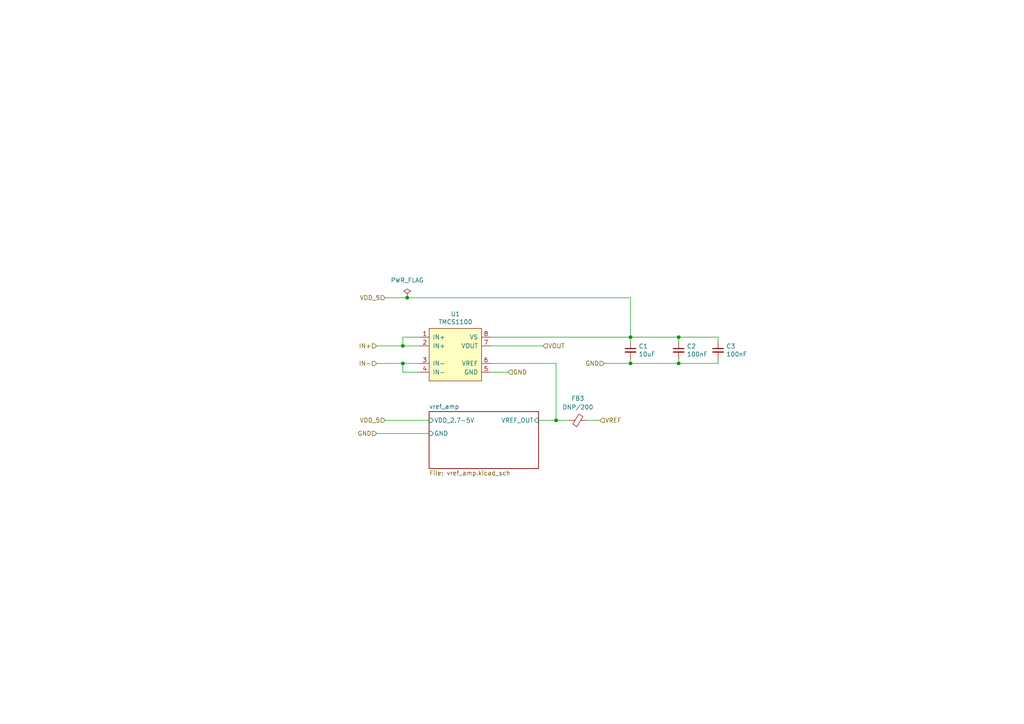
<source format=kicad_sch>
(kicad_sch (version 20211123) (generator eeschema)
  (paper "A4")
  (lib_symbols
    (symbol "Device:C_Small" (pin_numbers hide) (pin_names (offset 0.254) hide)
      (property "Reference" "C" (at 0.254 1.778 0))
      (property "Value" "C_Small" (at 0.254 -2.032 0))
      (symbol "C_Small_0_1"
        (polyline (pts (xy -1.524 -0.508) (xy 1.524 -0.508)) (stroke (width 0.3302)))
        (polyline (pts (xy -1.524 0.508) (xy 1.524 0.508)) (stroke (width 0.3048)))
      )
      (symbol "C_Small_1_1"
        (pin passive line (at 0 2.54 270) (length 2.032) (name "~") (number "1"))
        (pin passive line (at 0 -2.54 90) (length 2.032) (name "~") (number "2"))
      )
    )
    (symbol "Device:FerriteBead_Small" (pin_numbers hide) (pin_names (offset 0))
      (property "Reference" "FB" (at 1.905 1.27 0))
      (property "Value" "FerriteBead_Small" (at 1.905 -1.27 0))
      (symbol "FerriteBead_Small_0_1"
        (polyline (pts (xy 0 -1.27) (xy 0 -0.7874)))
        (polyline (pts (xy 0 0.889) (xy 0 1.2954)))
        (polyline (pts (xy -1.8288 0.2794) (xy -1.1176 1.4986) (xy 1.8288 -0.2032) (xy 1.1176 -1.4224) (xy -1.8288 0.2794)))
      )
      (symbol "FerriteBead_Small_1_1"
        (pin passive line (at 0 2.54 270) (length 1.27) (name "~") (number "1"))
        (pin passive line (at 0 -2.54 90) (length 1.27) (name "~") (number "2"))
      )
    )
    (symbol "iso_curr_sns_TCMS1100-rescue:TMCS1100-2021_bt5_headtracker_symbols" (pin_names (offset 1.016))
      (property "Reference" "U" (at -6.35 8.89 0))
      (property "Value" "TMCS1100-2021_bt5_headtracker_symbols" (at -2.54 -8.89 0))
      (symbol "TMCS1100-2021_bt5_headtracker_symbols_0_1"
        (rectangle (start -7.62 7.62) (end 7.62 -7.62) (fill (type background)))
      )
      (symbol "TMCS1100-2021_bt5_headtracker_symbols_1_1"
        (pin input line (at -10.16 5.08 0) (length 2.54) (name "IN+") (number "1"))
        (pin input line (at -10.16 2.54 0) (length 2.54) (name "IN+") (number "2"))
        (pin output line (at -10.16 -2.54 0) (length 2.54) (name "IN-") (number "3"))
        (pin output line (at -10.16 -5.08 0) (length 2.54) (name "IN-") (number "4"))
        (pin power_in line (at 10.16 -5.08 180) (length 2.54) (name "GND") (number "5"))
        (pin input line (at 10.16 -2.54 180) (length 2.54) (name "VREF") (number "6"))
        (pin output line (at 10.16 2.54 180) (length 2.54) (name "VOUT") (number "7"))
        (pin power_in line (at 10.16 5.08 180) (length 2.54) (name "VS") (number "8"))
      )
    )
    (symbol "power:PWR_FLAG" (power) (pin_numbers hide) (pin_names (offset 0) hide)
      (property "Value" "PWR_FLAG" (at 0 3.81 0))
      (symbol "PWR_FLAG_0_0"
        (pin power_out line (at 0 0 90) (length 0) (name "pwr") (number "1"))
      )
      (symbol "PWR_FLAG_0_1"
        (polyline (pts (xy 0 0) (xy 0 1.27) (xy -1.016 1.905) (xy 0 2.54) (xy 1.016 1.905) (xy 0 1.27)))
      )
    )
  )
  (junction (at 182.88 105.41))
  (junction (at 118.11 86.36))
  (junction (at 196.85 97.79))
  (junction (at 182.88 97.79))
  (junction (at 161.29 121.92))
  (junction (at 116.84 100.33))
  (junction (at 196.85 105.41))
  (junction (at 116.84 105.41))
  (wire (pts (xy 208.28 105.41) (xy 208.28 104.14)))
  (wire (pts (xy 170.18 121.92) (xy 173.99 121.92)))
  (wire (pts (xy 208.28 97.79) (xy 196.85 97.79)))
  (wire (pts (xy 116.84 100.33) (xy 109.22 100.33)))
  (wire (pts (xy 116.84 97.79) (xy 116.84 100.33)))
  (wire (pts (xy 175.26 105.41) (xy 182.88 105.41)))
  (wire (pts (xy 196.85 97.79) (xy 196.85 99.06)))
  (wire (pts (xy 116.84 105.41) (xy 116.84 107.95)))
  (wire (pts (xy 121.92 97.79) (xy 116.84 97.79)))
  (wire (pts (xy 208.28 99.06) (xy 208.28 97.79)))
  (wire (pts (xy 182.88 86.36) (xy 182.88 97.79)))
  (wire (pts (xy 116.84 107.95) (xy 121.92 107.95)))
  (wire (pts (xy 182.88 97.79) (xy 182.88 99.06)))
  (wire (pts (xy 142.24 107.95) (xy 147.32 107.95)))
  (wire (pts (xy 161.29 121.92) (xy 156.21 121.92)))
  (wire (pts (xy 196.85 105.41) (xy 208.28 105.41)))
  (wire (pts (xy 142.24 97.79) (xy 182.88 97.79)))
  (wire (pts (xy 111.76 121.92) (xy 124.46 121.92)))
  (wire (pts (xy 121.92 105.41) (xy 116.84 105.41)))
  (wire (pts (xy 118.11 86.36) (xy 182.88 86.36)))
  (wire (pts (xy 116.84 105.41) (xy 109.22 105.41)))
  (wire (pts (xy 116.84 100.33) (xy 121.92 100.33)))
  (wire (pts (xy 196.85 105.41) (xy 196.85 104.14)))
  (wire (pts (xy 182.88 104.14) (xy 182.88 105.41)))
  (wire (pts (xy 109.22 125.73) (xy 124.46 125.73)))
  (wire (pts (xy 111.76 86.36) (xy 118.11 86.36)))
  (wire (pts (xy 161.29 121.92) (xy 165.1 121.92)))
  (wire (pts (xy 142.24 105.41) (xy 161.29 105.41)))
  (wire (pts (xy 161.29 105.41) (xy 161.29 121.92)))
  (wire (pts (xy 182.88 97.79) (xy 196.85 97.79)))
  (wire (pts (xy 182.88 105.41) (xy 196.85 105.41)))
  (wire (pts (xy 157.48 100.33) (xy 142.24 100.33)))
  (hierarchical_label "IN-" (shape input) (at 109.22 105.41 180))
  (hierarchical_label "VDD_5" (shape input) (at 111.76 86.36 180))
  (hierarchical_label "IN+" (shape input) (at 109.22 100.33 180))
  (hierarchical_label "GND" (shape input) (at 175.26 105.41 180))
  (hierarchical_label "VREF" (shape input) (at 173.99 121.92 0))
  (hierarchical_label "GND" (shape input) (at 109.22 125.73 180))
  (hierarchical_label "GND" (shape input) (at 147.32 107.95 0))
  (hierarchical_label "VOUT" (shape input) (at 157.48 100.33 0))
  (hierarchical_label "VDD_5" (shape input) (at 111.76 121.92 180))
  (symbol (lib_id "power:PWR_FLAG") (at 118.11 86.36 0) (unit 1)
    (property "Reference" "#FLG0101" (effects hide))
    (property "Value" "PWR_FLAG" (at 118.11 81.28 0))
  )
  (symbol (lib_id "Device:FerriteBead_Small") (at 167.64 121.92 90) (unit 1)
    (property "Reference" "FB3" (at 167.6019 115.57 90))
    (property "Value" "DNP/200" (at 167.6019 118.11 90))
    (property "Footprint" "Inductor_SMD:L_0603_1608Metric" (effects hide))
  )
  (symbol (lib_id "Device:C_Small") (at 182.88 101.6 0) (unit 1)
    (property "Reference" "C1" (at 185.2168 100.4316 0) (effects (justify left)))
    (property "Value" "10uF" (at 185.2168 102.743 0) (effects (justify left)))
    (property "Footprint" "Capacitor_SMD:C_1206_3216Metric" (effects hide))
  )
  (symbol (lib_id "iso_curr_sns_TCMS1100-rescue:TMCS1100-2021_bt5_headtracker_symbols") (at 132.08 102.87 0) (unit 1)
    (property "Reference" "U1" (at 132.08 91.059 0))
    (property "Value" "TMCS1100" (at 132.08 93.3704 0))
    (property "Footprint" "2021_bt5_headtracker_footprints:SOIC-8_5.4" (effects hide))
    (property "Datasheet" "https://www.ti.com/lit/ds/symlink/tmcs1100.pdf?ts=1615404625916&ref_url=https%253A%252F%252Fwww.ti.com%252F" (effects hide))
  )
  (symbol (lib_id "Device:C_Small") (at 196.85 101.6 0) (unit 1)
    (property "Reference" "C2" (at 199.1868 100.4316 0) (effects (justify left)))
    (property "Value" "100nF" (at 199.1868 102.743 0) (effects (justify left)))
    (property "Footprint" "Capacitor_SMD:C_0402_1005Metric" (effects hide))
  )
  (symbol (lib_id "Device:C_Small") (at 208.28 101.6 0) (unit 1)
    (property "Reference" "C3" (at 210.6168 100.4316 0) (effects (justify left)))
    (property "Value" "100nF" (at 210.6168 102.743 0) (effects (justify left)))
    (property "Footprint" "Capacitor_SMD:C_0402_1005Metric" (effects hide))
  )
  (sheet (at 124.46 119.38) (size 31.75 16.51)
    (property "Sheet name" "vref_amp" (at 124.46 118.6684 0) (effects (justify left bottom)))
    (property "Sheet file" "vref_amp.kicad_sch" (at 124.46 136.4746 0) (effects (justify left top)))
    (pin "VDD_2.7-5V" input (at 124.46 121.92 180))
    (pin "GND" input (at 124.46 125.73 180))
    (pin "VREF_OUT" input (at 156.21 121.92 0))
  )
)
</source>
